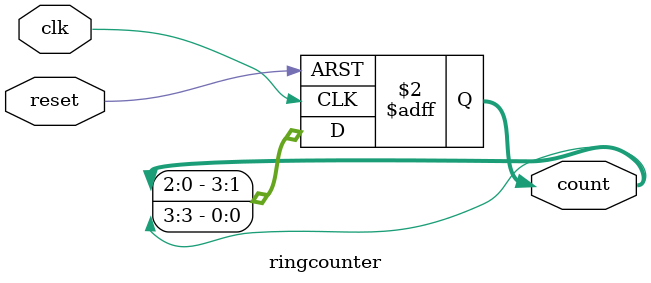
<source format=v>
`timescale 1ns / 1ps
module ringcounter(
    output reg [3:0] count,
    input clk,
    input reset 
    );
    always @(posedge clk or posedge reset) begin
        if (reset)
            count <= 4'b0001;
        else
            count <= {count[2:0], count[3]};
    end
endmodule

</source>
